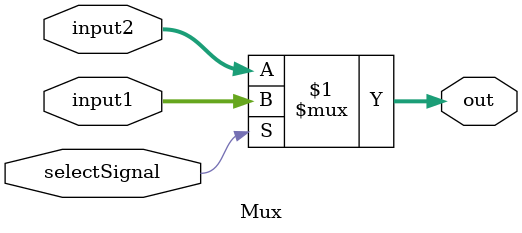
<source format=v>
`timescale 1ns / 1ps

module Mux(
    input selectSignal,
    input [31:0] input1,
    input [31:0] input2,
    output [31:0] out
    );
    assign out=selectSignal ?input1:input2;
endmodule

</source>
